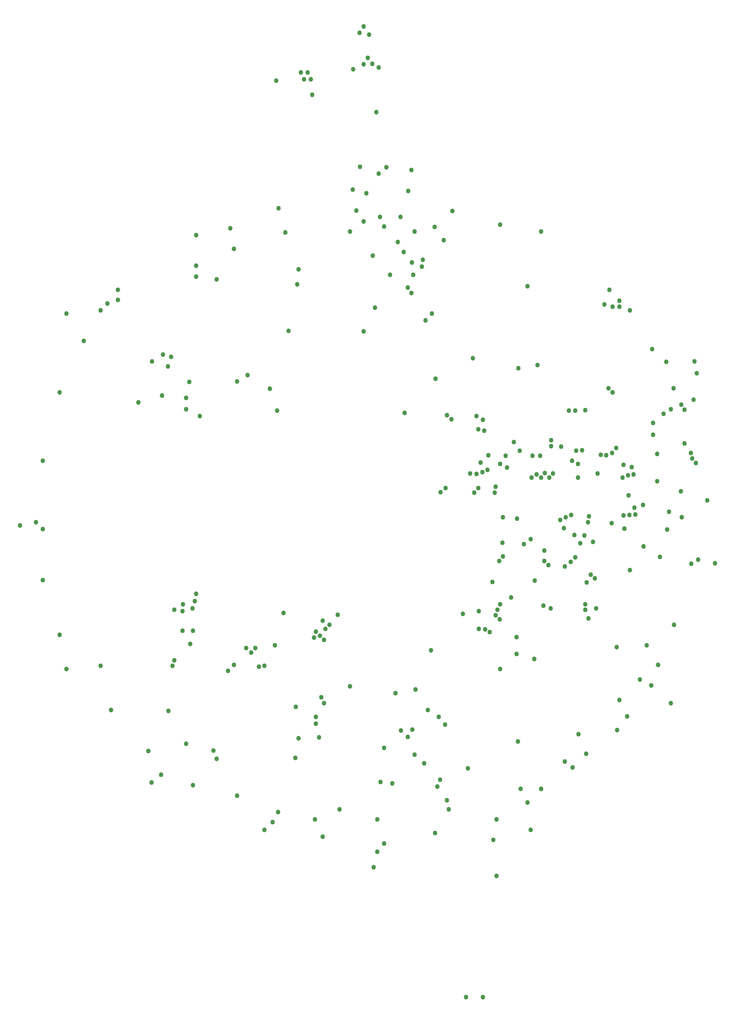
<source format=gbr>
G04 EAGLE Gerber RS-274X export*
G75*
%MOMM*%
%FSLAX34Y34*%
%LPD*%
%INVias*%
%IPPOS*%
%AMOC8*
5,1,8,0,0,1.08239X$1,22.5*%
G01*
%ADD10C,0.858000*%


D10*
X-558800Y-292100D03*
X12700Y-660400D03*
X18945Y-630846D03*
X9488Y832565D03*
X21374Y628503D03*
X556548Y279317D03*
X-31750Y-323850D03*
X-155575Y-187325D03*
X76200Y-417518D03*
X88900Y-450850D03*
X476840Y87527D03*
X532158Y143764D03*
X-336550Y212034D03*
X-381000Y215900D03*
X-400050Y279400D03*
X-379418Y292100D03*
X68608Y482600D03*
X83792Y463550D03*
X82550Y406400D03*
X127230Y247880D03*
X-19948Y559905D03*
X-317500Y436908D03*
X-317500Y457200D03*
X118958Y-257077D03*
X-129540Y422910D03*
X281940Y266700D03*
X-127000Y-420370D03*
X278130Y-264160D03*
X278130Y-232410D03*
X-476250Y-368300D03*
X-406400Y-444500D03*
X-383189Y-488297D03*
X-323850Y-508000D03*
X-241300Y-527050D03*
X-190500Y-590550D03*
X-82550Y-603250D03*
X31750Y-615950D03*
X127000Y-596900D03*
X241300Y-571500D03*
X-361950Y-285750D03*
X298450Y-539750D03*
X323850Y-514350D03*
X382705Y-474816D03*
X408105Y-449416D03*
X465255Y-404966D03*
X484305Y-379566D03*
X528755Y-322416D03*
X541455Y-284316D03*
X420805Y-55716D03*
X584200Y38100D03*
X539750Y57150D03*
X-370306Y270173D03*
X-364788Y287909D03*
X143005Y504958D03*
X101900Y456255D03*
X158750Y558800D03*
X247650Y533400D03*
X88900Y520700D03*
X-254000Y527050D03*
X-247650Y488950D03*
X-26608Y598554D03*
X-1208Y592204D03*
X24192Y547754D03*
X62292Y547754D03*
X76946Y596831D03*
X-317500Y514350D03*
X-165054Y563897D03*
X-152354Y519447D03*
X-50800Y-552450D03*
X252730Y-10160D03*
X225456Y105219D03*
X-463550Y412750D03*
X-495300Y374650D03*
X565150Y190500D03*
X450850Y412750D03*
X488950Y374650D03*
X257625Y104086D03*
X283949Y113835D03*
X570575Y229681D03*
X323850Y520700D03*
X148391Y-535983D03*
X130961Y-510104D03*
X211136Y91472D03*
X-168745Y801062D03*
X3767Y886778D03*
X-123233Y816928D03*
X-110533Y816928D03*
X-104183Y804228D03*
X-116883Y804228D03*
X369572Y-10042D03*
X-224517Y-252742D03*
X-77266Y-217142D03*
X207693Y-184158D03*
X251686Y-57150D03*
X400050Y114300D03*
X366638Y-30381D03*
X378807Y-93057D03*
X-215805Y-260941D03*
X-95250Y-222250D03*
X247650Y-171450D03*
X279400Y-12700D03*
X379343Y-5368D03*
X389438Y114175D03*
X396308Y-57795D03*
X387591Y-84272D03*
X-84712Y-344267D03*
X-87834Y-229842D03*
X242571Y-181379D03*
X252758Y-82550D03*
X385742Y-42474D03*
X387263Y188394D03*
X-80066Y-355600D03*
X-80242Y-237434D03*
X239026Y-191462D03*
X245875Y-90675D03*
X359782Y-14956D03*
X404290Y-43584D03*
X375256Y188516D03*
X360863Y121737D03*
X381125Y95125D03*
X539750Y107950D03*
X-127000Y450850D03*
X315335Y70146D03*
X203815Y70465D03*
X149008Y179869D03*
X-330200Y241300D03*
X199418Y35588D03*
X137160Y36830D03*
X69850Y184150D03*
X-311150Y177800D03*
X207010Y44450D03*
X146050Y44450D03*
X-336550Y190500D03*
X-167468Y188016D03*
X-279400Y431800D03*
X-222250Y254000D03*
X-146050Y336550D03*
X317500Y273050D03*
X311150Y-273050D03*
X-133350Y-457200D03*
X31750Y530200D03*
X126117Y529317D03*
X-6350Y539750D03*
X86360Y440690D03*
X-6350Y335280D03*
X76200Y416560D03*
X339116Y63500D03*
X260350Y82550D03*
X217853Y151158D03*
X215900Y171450D03*
X57150Y501650D03*
X103875Y468295D03*
X298450Y419100D03*
X196850Y285750D03*
X120650Y368300D03*
X25400Y-501650D03*
X46643Y-503843D03*
X106680Y-467360D03*
X219412Y-217886D03*
X135890Y-497840D03*
X328007Y-173643D03*
X280291Y-426341D03*
X247650Y-292100D03*
X113058Y-368300D03*
X145098Y-394652D03*
X133350Y-381000D03*
X-95250Y-381000D03*
X-190500Y-285750D03*
X63500Y-406400D03*
X208120Y-217330D03*
X-285750Y-443258D03*
X-279400Y-458442D03*
X-165494Y-557506D03*
X-175494Y-576534D03*
X-97167Y-571453D03*
X19050Y-571453D03*
X-328930Y-245110D03*
X-323850Y-221008D03*
X-69850Y-209550D03*
X177966Y-189472D03*
X-358140Y-275590D03*
X-342900Y-221008D03*
X-82550Y-201958D03*
X341630Y-179070D03*
X-247554Y-283903D03*
X-171450Y-247650D03*
X-132889Y-362181D03*
X-201302Y-287911D03*
X-369872Y-369872D03*
X-54172Y-191346D03*
X416521Y-116103D03*
X514450Y-63600D03*
X368300Y-101600D03*
X-26125Y822570D03*
X21504Y825500D03*
X-6350Y831850D03*
X478999Y-30691D03*
X585645Y-10003D03*
X561689Y76D03*
X513698Y12700D03*
X492214Y83124D03*
X428841Y71767D03*
X237340Y35710D03*
X486410Y31098D03*
X238896Y47194D03*
X485346Y67748D03*
X408265Y-131101D03*
X330200Y-91050D03*
X565150Y-355600D03*
X508000Y-311150D03*
X304800Y-590550D03*
X285750Y-514350D03*
X489043Y-107857D03*
X-207855Y-252767D03*
X-98446Y-233717D03*
X246500Y-199194D03*
X233049Y-129874D03*
X-95250Y-393700D03*
X-88900Y-419100D03*
X307816Y104624D03*
X291384Y-59830D03*
X-558800Y368300D03*
X-463550Y393700D03*
X1212Y843338D03*
X43012Y440594D03*
X14958Y379961D03*
X273050Y129484D03*
X647700Y-95250D03*
X311937Y-127902D03*
X-603250Y-31750D03*
X-645950Y-25400D03*
X-336550Y-430558D03*
X-401231Y-502831D03*
X31750Y-438150D03*
X152400Y-552450D03*
X234950Y-609600D03*
X545025Y-83625D03*
X615861Y-88888D03*
X342900Y121892D03*
X321772Y104821D03*
X304800Y-50800D03*
X330200Y-71700D03*
X406400Y188778D03*
X10386Y476250D03*
X-31750Y520700D03*
X-12700Y641350D03*
X36098Y640382D03*
X82550Y635000D03*
X-13942Y890242D03*
X590786Y190264D03*
X607874Y208336D03*
X84553Y-404397D03*
X228536Y-223399D03*
X424178Y-123454D03*
X426470Y-178820D03*
X499110Y-5080D03*
X412888Y-8499D03*
X410933Y-19056D03*
X476819Y-6109D03*
X488373Y-5657D03*
X497840Y7620D03*
X-101600Y774700D03*
X17080Y742950D03*
X342900Y133350D03*
X392458Y88900D03*
X392458Y63500D03*
X495799Y69950D03*
X613757Y258157D03*
X609600Y279400D03*
X590550Y127000D03*
X558551Y-32382D03*
X454897Y-20947D03*
X475204Y64056D03*
X323932Y63543D03*
X214306Y73864D03*
X-6350Y901700D03*
X241300Y-676058D03*
X215900Y-901700D03*
X184150Y-901700D03*
X330728Y72180D03*
X224143Y78150D03*
X207241Y153307D03*
X203711Y178311D03*
X345912Y71712D03*
X247650Y88841D03*
X337616Y-98642D03*
X53086Y-336550D03*
X90142Y-330200D03*
X267942Y-158865D03*
X306408Y63976D03*
X191742Y71092D03*
X157164Y172065D03*
X-425450Y203200D03*
X520700Y-247650D03*
X406400Y-171450D03*
X406275Y-182062D03*
X469900Y-349250D03*
X464792Y-251316D03*
X411538Y-198062D03*
X393700Y-412750D03*
X368300Y-463550D03*
X-342900Y-184150D03*
X-615950Y-19050D03*
X-342398Y-171852D03*
X-603250Y95250D03*
X-325004Y-178954D03*
X-571500Y222250D03*
X-320528Y-165664D03*
X-527050Y317500D03*
X-482600Y387350D03*
X-317500Y-152400D03*
X-495300Y-285750D03*
X-571500Y-228600D03*
X-358414Y-181336D03*
X-603250Y-127000D03*
X449608Y229666D03*
X441347Y385598D03*
X457200Y222250D03*
X457200Y381000D03*
X463550Y119155D03*
X469900Y381000D03*
X469185Y392765D03*
X455698Y109377D03*
X530651Y302710D03*
X445289Y105729D03*
X585071Y199557D03*
X551914Y182223D03*
X532158Y165100D03*
X434677Y106047D03*
X632807Y21243D03*
X602262Y109801D03*
X604882Y99189D03*
X603250Y-96480D03*
X571500Y-209550D03*
X611793Y91093D03*
X-241826Y242542D03*
X-180340Y228600D03*
X109192Y356126D03*
X-258675Y-295052D03*
X187651Y-476250D03*
M02*

</source>
